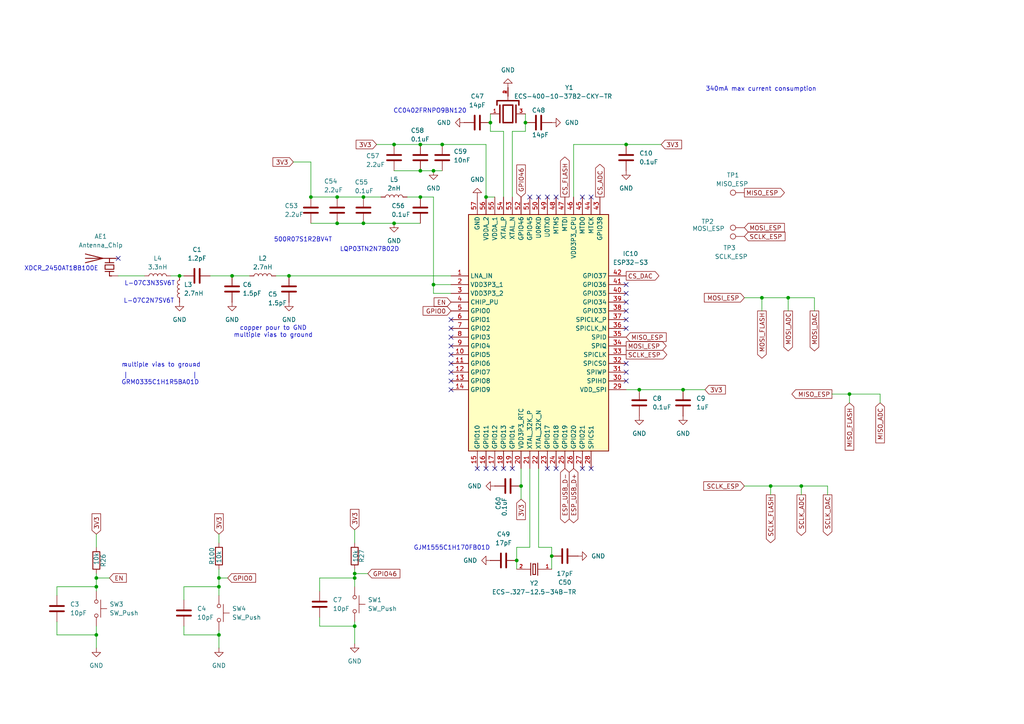
<source format=kicad_sch>
(kicad_sch (version 20250114) (generator "eeschema") (generator_version "9.0")
  (paper "A4")
  (lib_symbols
    (symbol "22XT_Main:ECS-.327-12.5-34B-TR" (pin_names (offset 1.016))
      (property "Reference" "Y" (at -5.0895 2.5447 0))
      (property "Value" "ECS-.327-12.5-34B-TR" (at -5.0911 -4.582 0))
      (symbol "ECS-.327-12.5-34B-TR_0_0"
        (polyline (pts (xy -2.54 0) (xy -1.016 0)) (stroke (width 0.1524)))
        (polyline (pts (xy -1.016 1.778) (xy -1.016 -1.778)) (stroke (width 0.254)))
        (polyline (pts (xy -0.381 1.524) (xy -0.381 -1.524)) (stroke (width 0.254)))
        (polyline (pts (xy -0.381 -1.524) (xy 0.381 -1.524)) (stroke (width 0.254)))
        (polyline (pts (xy 0.381 1.524) (xy -0.381 1.524)) (stroke (width 0.254)))
        (polyline (pts (xy 0.381 -1.524) (xy 0.381 1.524)) (stroke (width 0.254)))
        (polyline (pts (xy 1.016 1.778) (xy 1.016 -1.778)) (stroke (width 0.254)))
        (polyline (pts (xy 1.016 0) (xy 2.54 0)) (stroke (width 0.1524)))
        (pin passive line (at -5.08 0 0) (length 2.54) (name "~") (number "1"))
        (pin passive line (at 5.08 0 180) (length 2.54) (name "~") (number "2"))
      )
    )
    (symbol "22XT_Main:ECS-400-10-37B2-CKY-TR" (pin_names (offset 1.016))
      (property "Reference" "Y" (at -5.0878 6.3559 0))
      (property "Value" "ECS-400-10-37B2-CKY-TR" (at -5.0944 3.7956 0))
      (symbol "ECS-400-10-37B2-CKY-TR_0_0"
        (polyline (pts (xy -3.175 -2.54) (xy -3.175 -3.81)) (stroke (width 0.4064)))
        (polyline (pts (xy -3.175 -3.81) (xy 3.175 -3.81)) (stroke (width 0.4064)))
        (polyline (pts (xy -2.3368 2.54) (xy -2.3368 -2.54)) (stroke (width 0.4064)))
        (polyline (pts (xy -1.397 2.54) (xy -1.397 -2.54)) (stroke (width 0.4064)))
        (polyline (pts (xy -1.397 2.54) (xy 1.397 2.54)) (stroke (width 0.4064)))
        (polyline (pts (xy 0 -5.08) (xy 0 -3.81)) (stroke (width 0.1524)))
        (polyline (pts (xy 1.397 2.54) (xy 1.397 -2.54)) (stroke (width 0.4064)))
        (polyline (pts (xy 1.397 -2.54) (xy -1.397 -2.54)) (stroke (width 0.4064)))
        (polyline (pts (xy 2.3368 2.54) (xy 2.3368 -2.54)) (stroke (width 0.4064)))
        (polyline (pts (xy 3.175 -3.81) (xy 3.175 -2.54)) (stroke (width 0.4064)))
        (pin passive line (at -5.08 0 0) (length 2.54) (name "~") (number "1"))
        (pin power_in line (at 0 -7.62 90) (length 2.54) (name "~") (number "2"))
        (pin power_in line (at 0 -7.62 90) (length 2.54) (name "~") (number "4"))
        (pin passive line (at 5.08 0 180) (length 2.54) (name "~") (number "3"))
      )
    )
    (symbol "22XT_Main:ESP32-S3"
      (property "Reference" "IC" (at 46.99 22.86 0))
      (property "Value" "ESP32-S3" (at 46.99 20.32 0))
      (symbol "ESP32-S3_1_1"
        (rectangle (start 5.08 17.78) (end 45.72 -50.8) (stroke (width 0.254)) (fill (type background)))
        (pin passive line (at 0 0 0) (length 5.08) (name "LNA_IN") (number "1"))
        (pin passive line (at 0 -2.54 0) (length 5.08) (name "VDD3P3_1") (number "2"))
        (pin passive line (at 0 -5.08 0) (length 5.08) (name "VDD3P3_2") (number "3"))
        (pin passive line (at 0 -7.62 0) (length 5.08) (name "CHIP_PU") (number "4"))
        (pin passive line (at 0 -10.16 0) (length 5.08) (name "GPIO0") (number "5"))
        (pin passive line (at 0 -12.7 0) (length 5.08) (name "GPIO1") (number "6"))
        (pin passive line (at 0 -15.24 0) (length 5.08) (name "GPIO2") (number "7"))
        (pin passive line (at 0 -17.78 0) (length 5.08) (name "GPIO3") (number "8"))
        (pin passive line (at 0 -20.32 0) (length 5.08) (name "GPIO4") (number "9"))
        (pin passive line (at 0 -22.86 0) (length 5.08) (name "GPIO5") (number "10"))
        (pin passive line (at 0 -25.4 0) (length 5.08) (name "GPIO6") (number "11"))
        (pin passive line (at 0 -27.94 0) (length 5.08) (name "GPIO7") (number "12"))
        (pin passive line (at 0 -30.48 0) (length 5.08) (name "GPIO8") (number "13"))
        (pin passive line (at 0 -33.02 0) (length 5.08) (name "GPIO9") (number "14"))
        (pin passive line (at 7.62 22.86 270) (length 5.08) (name "GND") (number "57"))
        (pin passive line (at 7.62 -55.88 90) (length 5.08) (name "GPIO10") (number "15"))
        (pin passive line (at 10.16 22.86 270) (length 5.08) (name "VDDA_2") (number "56"))
        (pin passive line (at 10.16 -55.88 90) (length 5.08) (name "GPIO11") (number "16"))
        (pin passive line (at 12.7 22.86 270) (length 5.08) (name "VDDA_1") (number "55"))
        (pin passive line (at 12.7 -55.88 90) (length 5.08) (name "GPIO12") (number "17"))
        (pin passive line (at 15.24 22.86 270) (length 5.08) (name "XTAL_P") (number "54"))
        (pin passive line (at 15.24 -55.88 90) (length 5.08) (name "GPIO13") (number "18"))
        (pin passive line (at 17.78 22.86 270) (length 5.08) (name "XTAL_N") (number "53"))
        (pin passive line (at 17.78 -55.88 90) (length 5.08) (name "GPIO14") (number "19"))
        (pin passive line (at 20.32 22.86 270) (length 5.08) (name "GPIO46") (number "52"))
        (pin passive line (at 20.32 -55.88 90) (length 5.08) (name "VDD3P3_RTC") (number "20"))
        (pin passive line (at 22.86 22.86 270) (length 5.08) (name "GPIO45") (number "51"))
        (pin passive line (at 22.86 -55.88 90) (length 5.08) (name "XTAL_32K_P") (number "21"))
        (pin passive line (at 25.4 22.86 270) (length 5.08) (name "U0RXD") (number "50"))
        (pin passive line (at 25.4 -55.88 90) (length 5.08) (name "XTAL_32K_N") (number "22"))
        (pin passive line (at 27.94 22.86 270) (length 5.08) (name "U0TXD") (number "49"))
        (pin passive line (at 27.94 -55.88 90) (length 5.08) (name "GPIO17") (number "23"))
        (pin passive line (at 30.48 22.86 270) (length 5.08) (name "MTMS") (number "48"))
        (pin passive line (at 30.48 -55.88 90) (length 5.08) (name "GPIO18") (number "24"))
        (pin passive line (at 33.02 22.86 270) (length 5.08) (name "MTDI") (number "47"))
        (pin passive line (at 33.02 -55.88 90) (length 5.08) (name "GPIO19") (number "25"))
        (pin passive line (at 35.56 22.86 270) (length 5.08) (name "VDD3P3_CPU") (number "46"))
        (pin passive line (at 35.56 -55.88 90) (length 5.08) (name "GPIO20") (number "26"))
        (pin passive line (at 38.1 22.86 270) (length 5.08) (name "MTDO") (number "45"))
        (pin passive line (at 38.1 -55.88 90) (length 5.08) (name "GPIO21") (number "27"))
        (pin passive line (at 40.64 22.86 270) (length 5.08) (name "MTCK") (number "44"))
        (pin passive line (at 40.64 -55.88 90) (length 5.08) (name "SPICS1") (number "28"))
        (pin passive line (at 43.18 22.86 270) (length 5.08) (name "GPIO38") (number "43"))
        (pin passive line (at 50.8 0 180) (length 5.08) (name "GPIO37") (number "42"))
        (pin passive line (at 50.8 -2.54 180) (length 5.08) (name "GPIO36") (number "41"))
        (pin passive line (at 50.8 -5.08 180) (length 5.08) (name "GPIO35") (number "40"))
        (pin passive line (at 50.8 -7.62 180) (length 5.08) (name "GPIO34") (number "39"))
        (pin passive line (at 50.8 -10.16 180) (length 5.08) (name "GPIO33") (number "38"))
        (pin passive line (at 50.8 -12.7 180) (length 5.08) (name "SPICLK_P") (number "37"))
        (pin passive line (at 50.8 -15.24 180) (length 5.08) (name "SPICLK_N") (number "36"))
        (pin passive line (at 50.8 -17.78 180) (length 5.08) (name "SPID") (number "35"))
        (pin passive line (at 50.8 -20.32 180) (length 5.08) (name "SPIQ") (number "34"))
        (pin passive line (at 50.8 -22.86 180) (length 5.08) (name "SPICLK") (number "33"))
        (pin passive line (at 50.8 -25.4 180) (length 5.08) (name "SPICS0") (number "32"))
        (pin passive line (at 50.8 -27.94 180) (length 5.08) (name "SPIWP") (number "31"))
        (pin passive line (at 50.8 -30.48 180) (length 5.08) (name "SPIHD") (number "30"))
        (pin passive line (at 50.8 -33.02 180) (length 5.08) (name "VDD_SPI") (number "29"))
      )
    )
    (symbol "Connector:TestPoint" (pin_numbers (hide yes)) (pin_names (offset 0.762) (hide yes))
      (property "Reference" "TP" (at 0 6.858 0))
      (property "Value" "TestPoint" (at 0 5.08 0))
      (symbol "TestPoint_0_1"
        (circle (center 0 3.302) (radius 0.762))
      )
      (symbol "TestPoint_1_1"
        (pin passive line (at 0 0 90) (length 2.54) (name "1") (number "1"))
      )
    )
    (symbol "Device:Antenna_Chip" (pin_numbers (hide yes)) (pin_names (offset 1.016) (hide yes))
      (property "Reference" "AE" (at 0 5.08 0))
      (property "Value" "Antenna_Chip" (at 0 3.175 0))
      (symbol "Antenna_Chip_0_1"
        (polyline (pts (xy -2.54 0) (xy -2.54 -0.635)) (stroke (width 0.254)))
        (polyline (pts (xy -2.54 0) (xy -1.27 0)) (stroke (width 0.254)))
        (polyline (pts (xy -1.27 1.27) (xy -1.27 -1.27) (xy -1.27 0)) (stroke (width 0.254)))
        (polyline (pts (xy -0.635 1.27) (xy 0.635 1.27) (xy 0.635 -1.27) (xy -0.635 -1.27) (xy -0.635 1.27)) (stroke (width 0.254)))
        (polyline (pts (xy 1.27 1.27) (xy 1.27 -1.27)) (stroke (width 0.254)))
        (polyline (pts (xy 1.27 0) (xy 2.54 0)) (stroke (width 0.254)))
        (polyline (pts (xy 2.54 6.985) (xy 2.54 -1.905)) (stroke (width 0.254)))
        (polyline (pts (xy 2.54 -0.635) (xy 2.54 0)))
        (polyline (pts (xy 3.81 6.985) (xy 2.54 1.905) (xy 1.27 6.985)) (stroke (width 0.254)))
      )
      (symbol "Antenna_Chip_1_1"
        (pin input line (at -2.54 -2.54 90) (length 2.54) (name "FEED") (number "1"))
        (pin passive line (at 2.54 -2.54 90) (length 2.54) (name "PCB_Trace") (number "2"))
      )
    )
    (symbol "Device:C" (pin_numbers (hide yes)) (pin_names (offset 0.254))
      (property "Reference" "C" (at 0.635 2.54 0))
      (property "Value" "C" (at 0.635 -2.54 0))
      (symbol "C_0_1"
        (polyline (pts (xy -2.032 0.762) (xy 2.032 0.762)) (stroke (width 0.508)))
        (polyline (pts (xy -2.032 -0.762) (xy 2.032 -0.762)) (stroke (width 0.508)))
      )
      (symbol "C_1_1"
        (pin passive line (at 0 3.81 270) (length 2.794) (name "~") (number "1"))
        (pin passive line (at 0 -3.81 90) (length 2.794) (name "~") (number "2"))
      )
    )
    (symbol "Device:L" (pin_numbers (hide yes)) (pin_names (offset 1.016) (hide yes))
      (property "Reference" "L" (at -1.27 0 90))
      (property "Value" "L" (at 1.905 0 90))
      (symbol "L_0_1"
        (arc (start 0 2.54) (mid 0.6323 1.905) (end 0 1.27))
        (arc (start 0 1.27) (mid 0.6323 0.635) (end 0 0))
        (arc (start 0 0) (mid 0.6323 -0.635) (end 0 -1.27))
        (arc (start 0 -1.27) (mid 0.6323 -1.905) (end 0 -2.54))
      )
      (symbol "L_1_1"
        (pin passive line (at 0 3.81 270) (length 1.27) (name "1") (number "1"))
        (pin passive line (at 0 -3.81 90) (length 1.27) (name "2") (number "2"))
      )
    )
    (symbol "Device:R" (pin_numbers (hide yes)) (pin_names (offset 0))
      (property "Reference" "R" (at 2.032 0 90))
      (property "Value" "R" (at 0 0 90))
      (symbol "R_0_1"
        (rectangle (start -1.016 -2.54) (end 1.016 2.54) (stroke (width 0.254)))
      )
      (symbol "R_1_1"
        (pin passive line (at 0 3.81 270) (length 1.27) (name "~") (number "1"))
        (pin passive line (at 0 -3.81 90) (length 1.27) (name "~") (number "2"))
      )
    )
    (symbol "Switch:SW_Push" (pin_numbers (hide yes)) (pin_names (offset 1.016) (hide yes))
      (property "Reference" "SW" (at 1.27 2.54 0))
      (property "Value" "SW_Push" (at 0 -1.524 0))
      (symbol "SW_Push_0_1"
        (circle (center -2.032 0) (radius 0.508))
        (polyline (pts (xy 0 1.27) (xy 0 3.048)))
        (circle (center 2.032 0) (radius 0.508))
        (polyline (pts (xy 2.54 1.27) (xy -2.54 1.27)))
        (pin passive line (at -5.08 0 0) (length 2.54) (name "1") (number "1"))
        (pin passive line (at 5.08 0 180) (length 2.54) (name "2") (number "2"))
      )
    )
    (symbol "power:GND" (power) (pin_numbers (hide yes)) (pin_names (offset 0) (hide yes))
      (property "Value" "GND" (at 0 -3.81 0))
      (symbol "GND_0_1"
        (polyline (pts (xy 0 0) (xy 0 -1.27) (xy 1.27 -1.27) (xy 0 -2.54) (xy -1.27 -1.27) (xy 0 -1.27)))
      )
      (symbol "GND_1_1"
        (pin power_in line (at 0 0 270) (length 0) (name "~") (number "1"))
      )
    )
  )
  (text "XDCR_2450AT18B100E" (at 17.78 77.978 0) (effects (font (size 1.27 1.27))))
  (text "CC0402FRNPO9BN120" (at 124.714 32.258 0) (effects (font (size 1.27 1.27))))
  (text "^				^\n|				|\nGRM0335C1H1R5BA01D" (at 46.482 108.966 0) (effects (font (size 1.27 1.27))))
  (text "340mA max current consumption" (at 220.726 25.908 0) (effects (font (size 1.27 1.27))))
  (text "copper pour to GND\nmultiple vias to ground" (at 79.248 96.266 0) (effects (font (size 1.27 1.27))))
  (text "L-07C3N3SV6T" (at 43.434 82.296 0) (effects (font (size 1.27 1.27))))
  (text "LQP03TN2N7B02D" (at 107.188 72.39 0) (effects (font (size 1.27 1.27))))
  (text "L-07C2N7SV6T" (at 43.18 87.376 0) (effects (font (size 1.27 1.27))))
  (text "multiple vias to ground" (at 46.736 105.918 0) (effects (font (size 1.27 1.27))))
  (text "GJM1555C1H170FB01D\n" (at 131.064 159.004 0) (effects (font (size 1.27 1.27))))
  (text "500R07S1R2BV4T" (at 87.884 69.596 0) (effects (font (size 1.27 1.27))))
  (junction (at 181.61 41.91))
  (junction (at 160.02 161.29))
  (junction (at 27.94 170.18))
  (junction (at 142.24 35.56))
  (junction (at 63.5 170.18))
  (junction (at 63.5 167.64))
  (junction (at 121.92 49.53))
  (junction (at 149.86 162.56))
  (junction (at 83.82 80.01))
  (junction (at 125.73 82.55))
  (junction (at 67.31 80.01))
  (junction (at 121.92 57.15))
  (junction (at 90.17 57.15))
  (junction (at 114.3 64.77))
  (junction (at 151.13 140.97))
  (junction (at 246.38 114.3))
  (junction (at 63.5 184.15))
  (junction (at 97.79 57.15))
  (junction (at 128.27 41.91))
  (junction (at 102.87 181.61))
  (junction (at 185.42 113.03))
  (junction (at 97.79 64.77))
  (junction (at 228.6 86.36))
  (junction (at 52.07 80.01))
  (junction (at 114.3 41.91))
  (junction (at 27.94 184.15))
  (junction (at 220.98 86.36))
  (junction (at 125.73 49.53))
  (junction (at 121.92 41.91))
  (junction (at 232.41 140.97))
  (junction (at 152.4 35.56))
  (junction (at 102.87 167.64))
  (junction (at 102.87 166.37))
  (junction (at 105.41 64.77))
  (junction (at 27.94 167.64))
  (junction (at 198.12 113.03))
  (junction (at 105.41 57.15))
  (junction (at 223.52 140.97))
  (junction (at 140.97 57.15))
  (no_connect (at 140.97 135.89))
  (no_connect (at 181.61 95.25))
  (no_connect (at 156.21 57.15))
  (no_connect (at 130.81 105.41))
  (no_connect (at 171.45 135.89))
  (no_connect (at 181.61 85.09))
  (no_connect (at 181.61 110.49))
  (no_connect (at 143.51 135.89))
  (no_connect (at 130.81 102.87))
  (no_connect (at 34.29 74.93))
  (no_connect (at 171.45 57.15))
  (no_connect (at 158.75 135.89))
  (no_connect (at 130.81 92.71))
  (no_connect (at 181.61 90.17))
  (no_connect (at 130.81 95.25))
  (no_connect (at 161.29 57.15))
  (no_connect (at 130.81 100.33))
  (no_connect (at 161.29 135.89))
  (no_connect (at 181.61 82.55))
  (no_connect (at 181.61 107.95))
  (no_connect (at 181.61 87.63))
  (no_connect (at 130.81 97.79))
  (no_connect (at 130.81 113.03))
  (no_connect (at 158.75 57.15))
  (no_connect (at 168.91 57.15))
  (no_connect (at 138.43 135.89))
  (no_connect (at 181.61 92.71))
  (no_connect (at 130.81 107.95))
  (no_connect (at 181.61 105.41))
  (no_connect (at 153.67 57.15))
  (no_connect (at 146.05 135.89))
  (no_connect (at 130.81 110.49))
  (no_connect (at 148.59 135.89))
  (no_connect (at 168.91 135.89))
  (wire (pts (xy 153.67 158.75) (xy 149.86 158.75)))
  (wire (pts (xy 152.4 38.1) (xy 152.4 35.56)))
  (wire (pts (xy 105.41 64.77) (xy 114.3 64.77)))
  (wire (pts (xy 181.61 113.03) (xy 185.42 113.03)))
  (wire (pts (xy 85.09 46.99) (xy 90.17 46.99)))
  (wire (pts (xy 148.59 57.15) (xy 148.59 38.1)))
  (wire (pts (xy 232.41 143.51) (xy 232.41 140.97)))
  (wire (pts (xy 97.79 64.77) (xy 105.41 64.77)))
  (wire (pts (xy 125.73 49.53) (xy 128.27 49.53)))
  (wire (pts (xy 63.5 182.88) (xy 63.5 184.15)))
  (wire (pts (xy 148.59 38.1) (xy 152.4 38.1)))
  (wire (pts (xy 114.3 64.77) (xy 121.92 64.77)))
  (wire (pts (xy 153.67 135.89) (xy 153.67 158.75)))
  (wire (pts (xy 92.71 171.45) (xy 92.71 167.64)))
  (wire (pts (xy 128.27 41.91) (xy 140.97 41.91)))
  (wire (pts (xy 228.6 90.17) (xy 228.6 86.36)))
  (wire (pts (xy 160.02 158.75) (xy 156.21 158.75)))
  (wire (pts (xy 63.5 170.18) (xy 63.5 172.72)))
  (wire (pts (xy 102.87 166.37) (xy 102.87 167.64)))
  (wire (pts (xy 102.87 167.64) (xy 102.87 170.18)))
  (wire (pts (xy 102.87 153.67) (xy 102.87 157.48)))
  (wire (pts (xy 27.94 167.64) (xy 27.94 170.18)))
  (wire (pts (xy 140.97 41.91) (xy 140.97 57.15)))
  (wire (pts (xy 240.03 143.51) (xy 240.03 140.97)))
  (wire (pts (xy 53.34 184.15) (xy 63.5 184.15)))
  (wire (pts (xy 102.87 165.1) (xy 102.87 166.37)))
  (wire (pts (xy 118.11 57.15) (xy 121.92 57.15)))
  (wire (pts (xy 236.22 90.17) (xy 236.22 86.36)))
  (wire (pts (xy 83.82 80.01) (xy 130.81 80.01)))
  (wire (pts (xy 92.71 181.61) (xy 102.87 181.61)))
  (wire (pts (xy 90.17 64.77) (xy 97.79 64.77)))
  (wire (pts (xy 34.29 80.01) (xy 41.91 80.01)))
  (wire (pts (xy 166.37 41.91) (xy 166.37 57.15)))
  (wire (pts (xy 92.71 167.64) (xy 102.87 167.64)))
  (wire (pts (xy 27.94 187.96) (xy 27.94 184.15)))
  (wire (pts (xy 16.51 170.18) (xy 27.94 170.18)))
  (wire (pts (xy 125.73 85.09) (xy 130.81 85.09)))
  (wire (pts (xy 27.94 167.64) (xy 31.75 167.64)))
  (wire (pts (xy 60.96 80.01) (xy 67.31 80.01)))
  (wire (pts (xy 27.94 184.15) (xy 27.94 181.61)))
  (wire (pts (xy 223.52 143.51) (xy 223.52 140.97)))
  (wire (pts (xy 53.34 170.18) (xy 63.5 170.18)))
  (wire (pts (xy 142.24 35.56) (xy 142.24 38.1)))
  (wire (pts (xy 63.5 167.64) (xy 66.04 167.64)))
  (wire (pts (xy 181.61 41.91) (xy 166.37 41.91)))
  (wire (pts (xy 92.71 179.07) (xy 92.71 181.61)))
  (wire (pts (xy 63.5 165.1) (xy 63.5 167.64)))
  (wire (pts (xy 16.51 180.34) (xy 16.51 184.15)))
  (wire (pts (xy 140.97 57.15) (xy 143.51 57.15)))
  (wire (pts (xy 223.52 140.97) (xy 215.9 140.97)))
  (wire (pts (xy 90.17 57.15) (xy 97.79 57.15)))
  (wire (pts (xy 53.34 181.61) (xy 53.34 184.15)))
  (wire (pts (xy 220.98 86.36) (xy 215.9 86.36)))
  (wire (pts (xy 102.87 166.37) (xy 106.68 166.37)))
  (wire (pts (xy 114.3 49.53) (xy 121.92 49.53)))
  (wire (pts (xy 232.41 140.97) (xy 223.52 140.97)))
  (wire (pts (xy 255.27 114.3) (xy 246.38 114.3)))
  (wire (pts (xy 27.94 154.94) (xy 27.94 158.75)))
  (wire (pts (xy 125.73 82.55) (xy 130.81 82.55)))
  (wire (pts (xy 16.51 184.15) (xy 27.94 184.15)))
  (wire (pts (xy 149.86 162.56) (xy 149.86 165.1)))
  (wire (pts (xy 121.92 57.15) (xy 125.73 57.15)))
  (wire (pts (xy 152.4 35.56) (xy 152.4 33.02)))
  (wire (pts (xy 52.07 80.01) (xy 53.34 80.01)))
  (wire (pts (xy 220.98 90.17) (xy 220.98 86.36)))
  (wire (pts (xy 156.21 135.89) (xy 156.21 158.75)))
  (wire (pts (xy 228.6 86.36) (xy 220.98 86.36)))
  (wire (pts (xy 63.5 167.64) (xy 63.5 170.18)))
  (wire (pts (xy 27.94 170.18) (xy 27.94 171.45)))
  (wire (pts (xy 246.38 116.84) (xy 246.38 114.3)))
  (wire (pts (xy 149.86 158.75) (xy 149.86 162.56)))
  (wire (pts (xy 63.5 184.15) (xy 63.5 187.96)))
  (wire (pts (xy 160.02 165.1) (xy 160.02 161.29)))
  (wire (pts (xy 53.34 173.99) (xy 53.34 170.18)))
  (wire (pts (xy 102.87 181.61) (xy 102.87 180.34)))
  (wire (pts (xy 49.53 80.01) (xy 52.07 80.01)))
  (wire (pts (xy 63.5 154.94) (xy 63.5 157.48)))
  (wire (pts (xy 255.27 116.84) (xy 255.27 114.3)))
  (wire (pts (xy 125.73 57.15) (xy 125.73 82.55)))
  (wire (pts (xy 142.24 38.1) (xy 146.05 38.1)))
  (wire (pts (xy 121.92 49.53) (xy 125.73 49.53)))
  (wire (pts (xy 97.79 57.15) (xy 105.41 57.15)))
  (wire (pts (xy 240.03 140.97) (xy 232.41 140.97)))
  (wire (pts (xy 121.92 41.91) (xy 128.27 41.91)))
  (wire (pts (xy 151.13 144.78) (xy 151.13 140.97)))
  (wire (pts (xy 90.17 46.99) (xy 90.17 57.15)))
  (wire (pts (xy 236.22 86.36) (xy 228.6 86.36)))
  (wire (pts (xy 80.01 80.01) (xy 83.82 80.01)))
  (wire (pts (xy 125.73 82.55) (xy 125.73 85.09)))
  (wire (pts (xy 27.94 166.37) (xy 27.94 167.64)))
  (wire (pts (xy 16.51 172.72) (xy 16.51 170.18)))
  (wire (pts (xy 204.47 113.03) (xy 198.12 113.03)))
  (wire (pts (xy 109.22 41.91) (xy 114.3 41.91)))
  (wire (pts (xy 105.41 57.15) (xy 110.49 57.15)))
  (wire (pts (xy 191.77 41.91) (xy 181.61 41.91)))
  (wire (pts (xy 241.3 114.3) (xy 246.38 114.3)))
  (wire (pts (xy 151.13 140.97) (xy 151.13 135.89)))
  (wire (pts (xy 142.24 33.02) (xy 142.24 35.56)))
  (wire (pts (xy 67.31 80.01) (xy 72.39 80.01)))
  (wire (pts (xy 102.87 181.61) (xy 102.87 186.69)))
  (wire (pts (xy 114.3 41.91) (xy 121.92 41.91)))
  (wire (pts (xy 160.02 161.29) (xy 160.02 158.75)))
  (wire (pts (xy 198.12 113.03) (xy 185.42 113.03)))
  (wire (pts (xy 146.05 38.1) (xy 146.05 57.15)))
  (global_label "SCLK_ADC" (shape output) (at 232.41 143.51 270) (property "Intersheetrefs" "${INTERSHEET_REFS}" (effects (hide yes))))
  (global_label "MOSI_FLASH" (shape output) (at 220.98 90.17 270) (property "Intersheetrefs" "${INTERSHEET_REFS}" (effects (hide yes))))
  (global_label "3V3" (shape input) (at 151.13 144.78 270) (property "Intersheetrefs" "${INTERSHEET_REFS}" (effects (hide yes))))
  (global_label "MOSI_ADC" (shape output) (at 228.6 90.17 270) (property "Intersheetrefs" "${INTERSHEET_REFS}" (effects (hide yes))))
  (global_label "ESP_USB_D-" (shape bidirectional) (at 163.83 135.89 270) (property "Intersheetrefs" "${INTERSHEET_REFS}" (effects (hide yes))))
  (global_label "MISO_FLASH" (shape input) (at 246.38 116.84 270) (property "Intersheetrefs" "${INTERSHEET_REFS}" (effects (hide yes))))
  (global_label "SCLK_ESP" (shape input) (at 215.9 68.58 0) (property "Intersheetrefs" "${INTERSHEET_REFS}" (effects (hide yes))))
  (global_label "MISO_ESP" (shape output) (at 215.9 55.88 0) (property "Intersheetrefs" "${INTERSHEET_REFS}" (effects (hide yes))))
  (global_label "GPIO0" (shape input) (at 130.81 90.17 180) (property "Intersheetrefs" "${INTERSHEET_REFS}" (effects (hide yes))))
  (global_label "MOSI_ESP" (shape output) (at 181.61 100.33 0) (property "Intersheetrefs" "${INTERSHEET_REFS}" (effects (hide yes))))
  (global_label "MISO_ESP" (shape input) (at 181.61 97.79 0) (property "Intersheetrefs" "${INTERSHEET_REFS}" (effects (hide yes))))
  (global_label "3V3" (shape input) (at 102.87 153.67 90) (property "Intersheetrefs" "${INTERSHEET_REFS}" (effects (hide yes))))
  (global_label "3V3" (shape input) (at 191.77 41.91 0) (property "Intersheetrefs" "${INTERSHEET_REFS}" (effects (hide yes))))
  (global_label "GPIO46" (shape input) (at 151.13 57.15 90) (property "Intersheetrefs" "${INTERSHEET_REFS}" (effects (hide yes))))
  (global_label "EN" (shape input) (at 130.81 87.63 180) (property "Intersheetrefs" "${INTERSHEET_REFS}" (effects (hide yes))))
  (global_label "3V3" (shape input) (at 85.09 46.99 180) (property "Intersheetrefs" "${INTERSHEET_REFS}" (effects (hide yes))))
  (global_label "MOSI_ESP" (shape input) (at 215.9 66.04 0) (property "Intersheetrefs" "${INTERSHEET_REFS}" (effects (hide yes))))
  (global_label "3V3" (shape input) (at 63.5 154.94 90) (property "Intersheetrefs" "${INTERSHEET_REFS}" (effects (hide yes))))
  (global_label "MOSI_ESP" (shape input) (at 215.9 86.36 180) (property "Intersheetrefs" "${INTERSHEET_REFS}" (effects (hide yes))))
  (global_label "MISO_ADC" (shape input) (at 255.27 116.84 270) (property "Intersheetrefs" "${INTERSHEET_REFS}" (effects (hide yes))))
  (global_label "SCLK_DAC" (shape output) (at 240.03 143.51 270) (property "Intersheetrefs" "${INTERSHEET_REFS}" (effects (hide yes))))
  (global_label "SCLK_ESP" (shape output) (at 181.61 102.87 0) (property "Intersheetrefs" "${INTERSHEET_REFS}" (effects (hide yes))))
  (global_label "GPIO0" (shape input) (at 66.04 167.64 0) (property "Intersheetrefs" "${INTERSHEET_REFS}" (effects (hide yes))))
  (global_label "CS_ADC" (shape output) (at 173.99 57.15 90) (property "Intersheetrefs" "${INTERSHEET_REFS}" (effects (hide yes))))
  (global_label "SCLK_ESP" (shape input) (at 215.9 140.97 180) (property "Intersheetrefs" "${INTERSHEET_REFS}" (effects (hide yes))))
  (global_label "EN" (shape input) (at 31.75 167.64 0) (property "Intersheetrefs" "${INTERSHEET_REFS}" (effects (hide yes))))
  (global_label "ESP_USB_D+" (shape bidirectional) (at 166.37 135.89 270) (property "Intersheetrefs" "${INTERSHEET_REFS}" (effects (hide yes))))
  (global_label "CS_DAC" (shape output) (at 181.61 80.01 0) (property "Intersheetrefs" "${INTERSHEET_REFS}" (effects (hide yes))))
  (global_label "GPIO46" (shape input) (at 106.68 166.37 0) (property "Intersheetrefs" "${INTERSHEET_REFS}" (effects (hide yes))))
  (global_label "3V3" (shape input) (at 204.47 113.03 0) (property "Intersheetrefs" "${INTERSHEET_REFS}" (effects (hide yes))))
  (global_label "3V3" (shape input) (at 109.22 41.91 180) (property "Intersheetrefs" "${INTERSHEET_REFS}" (effects (hide yes))))
  (global_label "MISO_ESP" (shape output) (at 241.3 114.3 180) (property "Intersheetrefs" "${INTERSHEET_REFS}" (effects (hide yes))))
  (global_label "CS_FLASH" (shape output) (at 163.83 57.15 90) (property "Intersheetrefs" "${INTERSHEET_REFS}" (effects (hide yes))))
  (global_label "SCLK_FLASH" (shape output) (at 223.52 143.51 270) (property "Intersheetrefs" "${INTERSHEET_REFS}" (effects (hide yes))))
  (global_label "3V3" (shape input) (at 27.94 154.94 90) (property "Intersheetrefs" "${INTERSHEET_REFS}" (effects (hide yes))))
  (global_label "MOSI_DAC" (shape output) (at 236.22 90.17 270) (property "Intersheetrefs" "${INTERSHEET_REFS}" (effects (hide yes))))
  (symbol (lib_id "Device:C") (at 128.27 45.72 0) (unit 1)
    (property "Reference" "C59" (at 131.572 43.942 0) (effects (justify left)))
    (property "Value" "10nF" (at 131.572 46.482 0) (effects (justify left)))
    (property "Footprint" "Capacitor_SMD:C_0402_1005Metric" (effects (hide yes)))
    (property "Description" "Unpolarized capacitor" (effects (hide yes)))
  )
  (symbol (lib_id "power:GND") (at 142.24 162.56 270) (unit 1)
    (property "Reference" "#PWR02" (effects (hide yes)))
    (property "Value" "GND" (at 138.43 162.5599 90) (effects (justify right)))
    (property "Description" "Power symbol creates a global label with name \"GND\" , ground" (effects (hide yes)))
  )
  (symbol (lib_id "Device:C") (at 156.21 35.56 90) (unit 1)
    (property "Reference" "C48" (at 156.21 32.004 90))
    (property "Value" "14pF" (at 156.718 39.116 90))
    (property "Footprint" "Capacitor_SMD:C_0402_1005Metric" (effects (hide yes)))
    (property "Description" "Unpolarized capacitor" (effects (hide yes)))
  )
  (symbol (lib_id "Device:C") (at 114.3 45.72 0) (unit 1)
    (property "Reference" "C57" (at 106.172 45.212 0) (effects (justify left)))
    (property "Value" "2.2uF" (at 106.172 47.752 0) (effects (justify left)))
    (property "Footprint" "Capacitor_SMD:C_0402_1005Metric" (effects (hide yes)))
    (property "Description" "Unpolarized capacitor" (effects (hide yes)))
  )
  (symbol (lib_id "22XT_Main:ECS-.327-12.5-34B-TR") (at 154.94 165.1 180) (unit 1)
    (property "Reference" "Y2" (at 154.94 169.164 0))
    (property "Value" "ECS-.327-12.5-34B-TR" (at 154.94 171.704 0))
    (property "Footprint" "wsg_fp:XTAL_ECS-.327-12.5-34B-TR" (effects (hide yes)))
    (property "MANUFACTURER" "ECS Inc." (effects (hide yes)))
    (property "STANDARD" "Manufacturer recommendations" (effects (hide yes)))
  )
  (symbol (lib_id "power:GND") (at 147.32 25.4 180) (unit 1)
    (property "Reference" "#PWR014" (effects (hide yes)))
    (property "Value" "GND" (at 147.32 20.32 0))
    (property "Description" "Power symbol creates a global label with name \"GND\" , ground" (effects (hide yes)))
  )
  (symbol (lib_id "Device:C") (at 147.32 140.97 270) (unit 1)
    (property "Reference" "C60" (at 144.526 144.018 0) (effects (justify left)))
    (property "Value" "0.1uF" (at 146.304 144.272 0) (effects (justify left)))
    (property "Footprint" "Capacitor_SMD:C_0402_1005Metric" (effects (hide yes)))
    (property "Description" "Unpolarized capacitor" (effects (hide yes)))
  )
  (symbol (lib_id "Device:C") (at 181.61 45.72 0) (unit 1)
    (property "Reference" "C10" (at 185.42 44.4499 0) (effects (justify left)))
    (property "Value" "0.1uF" (at 185.42 46.9899 0) (effects (justify left)))
    (property "Footprint" "Capacitor_SMD:C_0402_1005Metric" (effects (hide yes)))
    (property "Description" "Unpolarized capacitor" (effects (hide yes)))
  )
  (symbol (lib_id "Device:R") (at 63.5 161.29 0) (unit 1)
    (property "Reference" "R100" (at 61.468 161.29 90))
    (property "Value" "10k" (at 63.5 161.544 90))
    (property "Footprint" "Resistor_SMD:R_0402_1005Metric" (effects (hide yes)))
    (property "Description" "Resistor" (effects (hide yes)))
  )
  (symbol (lib_id "Switch:SW_Push") (at 63.5 177.8 270) (unit 1)
    (property "Reference" "SW4" (at 67.31 176.5299 90) (effects (justify left)))
    (property "Value" "SW_Push" (at 67.31 179.0699 90) (effects (justify left)))
    (property "Footprint" "wsg_fp:NANOT100AS_butt" (effects (hide yes)))
    (property "Description" "Push button switch, generic, two pins" (effects (hide yes)))
  )
  (symbol (lib_id "Switch:SW_Push") (at 102.87 175.26 270) (unit 1)
    (property "Reference" "SW1" (at 106.68 173.9899 90) (effects (justify left)))
    (property "Value" "SW_Push" (at 106.68 176.5299 90) (effects (justify left)))
    (property "Footprint" "wsg_fp:NANOT100AS_butt" (effects (hide yes)))
    (property "Description" "Push button switch, generic, two pins" (effects (hide yes)))
  )
  (symbol (lib_id "power:GND") (at 134.62 35.56 270) (unit 1)
    (property "Reference" "#PWR015" (effects (hide yes)))
    (property "Value" "GND" (at 130.81 35.5599 90) (effects (justify right)))
    (property "Description" "Power symbol creates a global label with name \"GND\" , ground" (effects (hide yes)))
  )
  (symbol (lib_id "Device:C") (at 185.42 116.84 0) (unit 1)
    (property "Reference" "C8" (at 189.23 115.5699 0) (effects (justify left)))
    (property "Value" "0.1uF" (at 189.23 118.1099 0) (effects (justify left)))
    (property "Footprint" "Capacitor_SMD:C_0402_1005Metric" (effects (hide yes)))
    (property "Description" "Unpolarized capacitor" (effects (hide yes)))
  )
  (symbol (lib_id "power:GND") (at 67.31 87.63 0) (unit 1)
    (property "Reference" "#PWR020" (effects (hide yes)))
    (property "Value" "GND" (at 67.31 92.71 0))
    (property "Description" "Power symbol creates a global label with name \"GND\" , ground" (effects (hide yes)))
  )
  (symbol (lib_id "power:GND") (at 83.82 87.63 0) (unit 1)
    (property "Reference" "#PWR021" (effects (hide yes)))
    (property "Value" "GND" (at 83.82 92.71 0))
    (property "Description" "Power symbol creates a global label with name \"GND\" , ground" (effects (hide yes)))
  )
  (symbol (lib_id "power:GND") (at 198.12 120.65 0) (unit 1)
    (property "Reference" "#PWR071" (effects (hide yes)))
    (property "Value" "GND" (at 198.12 125.73 0))
    (property "Description" "Power symbol creates a global label with name \"GND\" , ground" (effects (hide yes)))
  )
  (symbol (lib_id "Device:C") (at 146.05 162.56 270) (unit 1)
    (property "Reference" "C49" (at 146.05 154.94 90))
    (property "Value" "17pF" (at 146.05 157.48 90))
    (property "Footprint" "Capacitor_SMD:C_0402_1005Metric" (effects (hide yes)))
    (property "Description" "Unpolarized capacitor" (effects (hide yes)))
  )
  (symbol (lib_id "power:GND") (at 138.43 57.15 180) (unit 1)
    (property "Reference" "#PWR017" (effects (hide yes)))
    (property "Value" "GND" (at 138.43 52.07 0))
    (property "Description" "Power symbol creates a global label with name \"GND\" , ground" (effects (hide yes)))
  )
  (symbol (lib_id "Connector:TestPoint") (at 215.9 55.88 90) (unit 1)
    (property "Reference" "TP1" (at 212.598 50.8 90))
    (property "Value" "MISO_ESP" (at 212.344 53.34 90))
    (property "Footprint" "TestPoint:TestPoint_Pad_1.0x1.0mm" (effects (hide yes)))
    (property "Description" "test point" (effects (hide yes)))
  )
  (symbol (lib_id "Device:C") (at 163.83 161.29 90) (unit 1)
    (property "Reference" "C50" (at 163.83 168.91 90))
    (property "Value" "17pF" (at 163.83 166.37 90))
    (property "Footprint" "Capacitor_SMD:C_0402_1005Metric" (effects (hide yes)))
    (property "Description" "Unpolarized capacitor" (effects (hide yes)))
  )
  (symbol (lib_id "Device:C") (at 83.82 83.82 0) (unit 1)
    (property "Reference" "C5" (at 77.724 85.344 0) (effects (justify left)))
    (property "Value" "1.5pF" (at 77.724 87.884 0) (effects (justify left)))
    (property "Footprint" "Capacitor_SMD:C_0402_1005Metric" (effects (hide yes)))
    (property "Description" "Unpolarized capacitor" (effects (hide yes)))
  )
  (symbol (lib_id "Device:C") (at 97.79 60.96 0) (unit 1)
    (property "Reference" "C54" (at 93.98 52.578 0) (effects (justify left)))
    (property "Value" "2.2uF" (at 93.98 55.118 0) (effects (justify left)))
    (property "Footprint" "Capacitor_SMD:C_0402_1005Metric" (effects (hide yes)))
    (property "Description" "Unpolarized capacitor" (effects (hide yes)))
  )
  (symbol (lib_id "Connector:TestPoint") (at 215.9 68.58 90) (unit 1)
    (property "Reference" "TP3" (at 211.582 71.882 90))
    (property "Value" "SCLK_ESP" (at 212.09 74.422 90))
    (property "Footprint" "TestPoint:TestPoint_Pad_1.0x1.0mm" (effects (hide yes)))
    (property "Description" "test point" (effects (hide yes)))
  )
  (symbol (lib_id "power:GND") (at 160.02 35.56 90) (unit 1)
    (property "Reference" "#PWR013" (effects (hide yes)))
    (property "Value" "GND" (at 163.83 35.5599 90) (effects (justify right)))
    (property "Description" "Power symbol creates a global label with name \"GND\" , ground" (effects (hide yes)))
  )
  (symbol (lib_id "power:GND") (at 102.87 186.69 0) (unit 1)
    (property "Reference" "#PWR022" (effects (hide yes)))
    (property "Value" "GND" (at 102.87 191.77 0))
    (property "Description" "Power symbol creates a global label with name \"GND\" , ground" (effects (hide yes)))
  )
  (symbol (lib_id "Device:Antenna_Chip") (at 31.75 77.47 90) (unit 1)
    (property "Reference" "AE1" (at 29.21 68.58 90))
    (property "Value" "Antenna_Chip" (at 29.21 71.12 90))
    (property "Footprint" "wsg_fp:XDCR_2450AT18B100E" (effects (hide yes)))
    (property "Description" "Ceramic chip antenna with pin for PCB trace" (effects (hide yes)))
  )
  (symbol (lib_id "Device:C") (at 105.41 60.96 0) (unit 1)
    (property "Reference" "C55" (at 102.87 52.832 0) (effects (justify left)))
    (property "Value" "0.1uF" (at 102.87 55.372 0) (effects (justify left)))
    (property "Footprint" "Capacitor_SMD:C_0402_1005Metric" (effects (hide yes)))
    (property "Description" "Unpolarized capacitor" (effects (hide yes)))
  )
  (symbol (lib_id "22XT_Main:ECS-400-10-37B2-CKY-TR") (at 147.32 33.02 0) (mirror x) (unit 1)
    (property "Reference" "Y1" (at 165.1 25.4 0))
    (property "Value" "ECS-400-10-37B2-CKY-TR" (at 163.322 27.94 0))
    (property "Footprint" "wsg_fp:XTAL_ECS-400-10-37B2-CKY-TR" (effects (hide yes)))
    (property "PARTREV" "2021" (effects (hide yes)))
    (property "STANDARD" "Manufacturer Recommendations" (effects (hide yes)))
    (property "SNAPEDA_PACKAGE_ID" "68288" (effects (hide yes)))
    (property "MAXIMUM_PACKAGE_HEIGHT" "0.5mm" (effects (hide yes)))
    (property "MANUFACTURER" "ECS Inc." (effects (hide yes)))
  )
  (symbol (lib_id "Device:C") (at 57.15 80.01 90) (unit 1)
    (property "Reference" "C1" (at 57.15 72.39 90))
    (property "Value" "1.2pF" (at 57.15 74.93 90))
    (property "Footprint" "Capacitor_SMD:C_0402_1005Metric" (effects (hide yes)))
    (property "Description" "Unpolarized capacitor" (effects (hide yes)))
  )
  (symbol (lib_id "power:GND") (at 167.64 161.29 90) (unit 1)
    (property "Reference" "#PWR011" (effects (hide yes)))
    (property "Value" "GND" (at 171.45 161.2899 90) (effects (justify right)))
    (property "Description" "Power symbol creates a global label with name \"GND\" , ground" (effects (hide yes)))
  )
  (symbol (lib_id "power:GND") (at 114.3 64.77 0) (unit 1)
    (property "Reference" "#PWR018" (effects (hide yes)))
    (property "Value" "GND" (at 114.3 69.85 0))
    (property "Description" "Power symbol creates a global label with name \"GND\" , ground" (effects (hide yes)))
  )
  (symbol (lib_id "Device:C") (at 198.12 116.84 0) (unit 1)
    (property "Reference" "C9" (at 201.93 115.5699 0) (effects (justify left)))
    (property "Value" "1uF" (at 201.93 118.1099 0) (effects (justify left)))
    (property "Footprint" "Capacitor_SMD:C_0402_1005Metric" (effects (hide yes)))
    (property "Description" "Unpolarized capacitor" (effects (hide yes)))
  )
  (symbol (lib_id "power:GND") (at 27.94 187.96 0) (unit 1)
    (property "Reference" "#PWR069" (effects (hide yes)))
    (property "Value" "GND" (at 27.94 193.04 0))
    (property "Description" "Power symbol creates a global label with name \"GND\" , ground" (effects (hide yes)))
  )
  (symbol (lib_id "Device:L") (at 52.07 83.82 180) (unit 1)
    (property "Reference" "L3" (at 53.34 82.5499 0) (effects (justify right)))
    (property "Value" "2.7nH" (at 53.34 85.0899 0) (effects (justify right)))
    (property "Footprint" "Inductor_SMD:L_0402_1005Metric" (effects (hide yes)))
    (property "Description" "Inductor" (effects (hide yes)))
  )
  (symbol (lib_id "Device:L") (at 76.2 80.01 90) (unit 1)
    (property "Reference" "L2" (at 76.2 74.93 90))
    (property "Value" "2.7nH" (at 76.2 77.47 90))
    (property "Footprint" "Inductor_SMD:L_0402_1005Metric" (effects (hide yes)))
    (property "Description" "Inductor" (effects (hide yes)))
  )
  (symbol (lib_id "Switch:SW_Push") (at 27.94 176.53 270) (unit 1)
    (property "Reference" "SW3" (at 31.75 175.2599 90) (effects (justify left)))
    (property "Value" "SW_Push" (at 31.75 177.7999 90) (effects (justify left)))
    (property "Footprint" "wsg_fp:NANOT100AS_butt" (effects (hide yes)))
    (property "Description" "Push button switch, generic, two pins" (effects (hide yes)))
  )
  (symbol (lib_id "power:GND") (at 63.5 187.96 0) (unit 1)
    (property "Reference" "#PWR070" (effects (hide yes)))
    (property "Value" "GND" (at 63.5 193.04 0))
    (property "Description" "Power symbol creates a global label with name \"GND\" , ground" (effects (hide yes)))
  )
  (symbol (lib_id "Connector:TestPoint") (at 215.9 66.04 90) (unit 1)
    (property "Reference" "TP2" (at 205.232 64.262 90))
    (property "Value" "MOSI_ESP" (at 205.486 66.294 90))
    (property "Footprint" "TestPoint:TestPoint_Pad_1.0x1.0mm" (effects (hide yes)))
    (property "Description" "test point" (effects (hide yes)))
  )
  (symbol (lib_id "Device:C") (at 121.92 60.96 0) (unit 1)
    (property "Reference" "C56" (at 113.538 59.69 0) (effects (justify left)))
    (property "Value" "0.1uF" (at 113.538 62.23 0) (effects (justify left)))
    (property "Footprint" "Capacitor_SMD:C_0402_1005Metric" (effects (hide yes)))
    (property "Description" "Unpolarized capacitor" (effects (hide yes)))
  )
  (symbol (lib_id "power:GND") (at 52.07 87.63 0) (unit 1)
    (property "Reference" "#PWR01" (effects (hide yes)))
    (property "Value" "GND" (at 52.07 92.71 0))
    (property "Description" "Power symbol creates a global label with name \"GND\" , ground" (effects (hide yes)))
  )
  (symbol (lib_id "22XT_Main:ESP32-S3") (at 130.81 80.01 0) (unit 1)
    (property "Reference" "IC10" (at 182.88 73.5898 0))
    (property "Value" "ESP32-S3" (at 182.88 76.1298 0))
    (property "Footprint" "wsg_fp:ESP32-S2FH2" (effects (hide yes)))
    (property "Description" "WiFi Modules - 802.11 [ENGINEERING SAMPLES]SMD IC, Dual-Core MCU, Wi-Fi 2.4G & BLE 5.0 Combo" (effects (hide yes)))
    (property "Height" "0.9" (effects (hide yes)))
    (property "Mouser Part Number" "356-ESP32-S3" (effects (hide yes)))
    (property "Mouser Price/Stock" "https://www.mouser.co.uk/ProductDetail/Espressif-Systems/ESP32-S3?qs=Rp5uXu7WBW%2FNWuUy%252BBihNw%3D%3D" (effects (hide yes)))
    (property "Manufacturer_Name" "Espressif Systems" (effects (hide yes)))
    (property "Manufacturer_Part_Number" "ESP32-S3" (effects (hide yes)))
  )
  (symbol (lib_id "Device:C") (at 16.51 176.53 0) (unit 1)
    (property "Reference" "C3" (at 20.32 175.2599 0) (effects (justify left)))
    (property "Value" "10pF" (at 20.32 177.7999 0) (effects (justify left)))
    (property "Footprint" "Capacitor_SMD:C_0402_1005Metric" (effects (hide yes)))
    (property "Description" "Unpolarized capacitor" (effects (hide yes)))
  )
  (symbol (lib_id "power:GND") (at 185.42 120.65 0) (unit 1)
    (property "Reference" "#PWR062" (effects (hide yes)))
    (property "Value" "GND" (at 185.42 125.73 0))
    (property "Description" "Power symbol creates a global label with name \"GND\" , ground" (effects (hide yes)))
  )
  (symbol (lib_id "power:GND") (at 143.51 140.97 270) (unit 1)
    (property "Reference" "#PWR012" (effects (hide yes)))
    (property "Value" "GND" (at 139.7 140.9699 90) (effects (justify right)))
    (property "Description" "Power symbol creates a global label with name \"GND\" , ground" (effects (hide yes)))
  )
  (symbol (lib_id "Device:L") (at 114.3 57.15 90) (unit 1)
    (property "Reference" "L5" (at 114.3 52.07 90))
    (property "Value" "2nH" (at 114.3 54.61 90))
    (property "Footprint" "Inductor_SMD:L_0402_1005Metric" (effects (hide yes)))
    (property "Description" "Inductor" (effects (hide yes)))
  )
  (symbol (lib_id "Device:C") (at 121.92 45.72 0) (unit 1)
    (property "Reference" "C58" (at 119.126 37.846 0) (effects (justify left)))
    (property "Value" "0.1uF" (at 119.126 40.386 0) (effects (justify left)))
    (property "Footprint" "Capacitor_SMD:C_0402_1005Metric" (effects (hide yes)))
    (property "Description" "Unpolarized capacitor" (effects (hide yes)))
  )
  (symbol (lib_id "Device:C") (at 90.17 60.96 0) (unit 1)
    (property "Reference" "C53" (at 82.55 59.69 0) (effects (justify left)))
    (property "Value" "2.2uF" (at 82.55 62.23 0) (effects (justify left)))
    (property "Footprint" "Capacitor_SMD:C_0402_1005Metric" (effects (hide yes)))
    (property "Description" "Unpolarized capacitor" (effects (hide yes)))
  )
  (symbol (lib_id "power:GND") (at 181.61 49.53 0) (unit 1)
    (property "Reference" "#PWR072" (effects (hide yes)))
    (property "Value" "GND" (at 181.61 54.61 0))
    (property "Description" "Power symbol creates a global label with name \"GND\" , ground" (effects (hide yes)))
  )
  (symbol (lib_id "Device:R") (at 27.94 162.56 180) (unit 1)
    (property "Reference" "R26" (at 29.972 162.56 90))
    (property "Value" "10k" (at 27.94 162.052 90))
    (property "Footprint" "Resistor_SMD:R_0402_1005Metric" (effects (hide yes)))
    (property "Description" "Resistor" (effects (hide yes)))
  )
  (symbol (lib_id "Device:C") (at 138.43 35.56 270) (unit 1)
    (property "Reference" "C47" (at 138.43 27.94 90))
    (property "Value" "14pF" (at 138.43 30.48 90))
    (property "Footprint" "Capacitor_SMD:C_0402_1005Metric" (effects (hide yes)))
    (property "Description" "Unpolarized capacitor" (effects (hide yes)))
  )
  (symbol (lib_id "Device:C") (at 92.71 175.26 0) (unit 1)
    (property "Reference" "C7" (at 96.52 173.9899 0) (effects (justify left)))
    (property "Value" "10pF" (at 96.52 176.5299 0) (effects (justify left)))
    (property "Footprint" "Capacitor_SMD:C_0402_1005Metric" (effects (hide yes)))
    (property "Description" "Unpolarized capacitor" (effects (hide yes)))
  )
  (symbol (lib_id "Device:R") (at 102.87 161.29 180) (unit 1)
    (property "Reference" "R27" (at 104.902 161.29 90))
    (property "Value" "10k" (at 103.124 161.29 90))
    (property "Footprint" "Resistor_SMD:R_0402_1005Metric" (effects (hide yes)))
    (property "Description" "Resistor" (effects (hide yes)))
  )
  (symbol (lib_id "Device:L") (at 45.72 80.01 90) (unit 1)
    (property "Reference" "L4" (at 45.72 74.93 90))
    (property "Value" "3.3nH" (at 45.72 77.47 90))
    (property "Footprint" "Inductor_SMD:L_0402_1005Metric" (effects (hide yes)))
    (property "Description" "Inductor" (effects (hide yes)))
  )
  (symbol (lib_id "Device:C") (at 53.34 177.8 0) (unit 1)
    (property "Reference" "C4" (at 57.15 176.5299 0) (effects (justify left)))
    (property "Value" "10pF" (at 57.15 179.0699 0) (effects (justify left)))
    (property "Footprint" "Capacitor_SMD:C_0402_1005Metric" (effects (hide yes)))
    (property "Description" "Unpolarized capacitor" (effects (hide yes)))
  )
  (symbol (lib_id "power:GND") (at 125.73 49.53 0) (unit 1)
    (property "Reference" "#PWR016" (effects (hide yes)))
    (property "Value" "GND" (at 125.73 54.61 0))
    (property "Description" "Power symbol creates a global label with name \"GND\" , ground" (effects (hide yes)))
  )
  (symbol (lib_id "Device:C") (at 67.31 83.82 0) (unit 1)
    (property "Reference" "C6" (at 70.358 82.55 0) (effects (justify left)))
    (property "Value" "1.5pF" (at 70.358 85.09 0) (effects (justify left)))
    (property "Footprint" "Capacitor_SMD:C_0402_1005Metric" (effects (hide yes)))
    (property "Description" "Unpolarized capacitor" (effects (hide yes)))
  )
)
</source>
